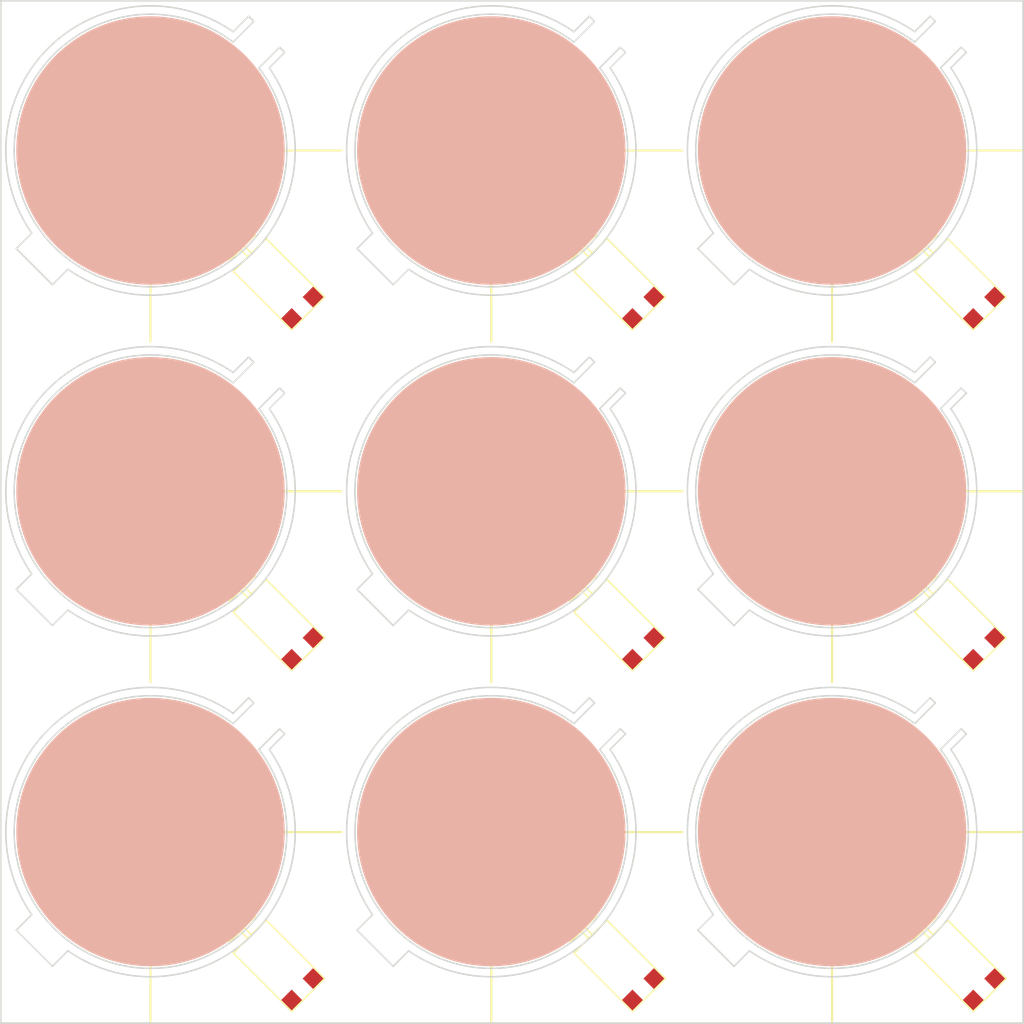
<source format=kicad_pcb>
(kicad_pcb (version 4) (host pcbnew 4.0.6)

  (general
    (links 0)
    (no_connects 0)
    (area 40.924999 30.924999 140.075001 130.075001)
    (thickness 1.6)
    (drawings 155)
    (tracks 0)
    (zones 0)
    (modules 9)
    (nets 1)
  )

  (page A4)
  (layers
    (0 F.Cu signal)
    (31 B.Cu signal)
    (32 B.Adhes user)
    (33 F.Adhes user)
    (34 B.Paste user)
    (35 F.Paste user)
    (36 B.SilkS user)
    (37 F.SilkS user)
    (38 B.Mask user)
    (39 F.Mask user)
    (40 Dwgs.User user)
    (41 Cmts.User user)
    (42 Eco1.User user)
    (43 Eco2.User user)
    (44 Edge.Cuts user)
    (45 Margin user)
    (46 B.CrtYd user)
    (47 F.CrtYd user)
    (48 B.Fab user)
    (49 F.Fab user)
  )

  (setup
    (last_trace_width 0.25)
    (trace_clearance 0.2)
    (zone_clearance 0.508)
    (zone_45_only no)
    (trace_min 0.2)
    (segment_width 0.2)
    (edge_width 0.15)
    (via_size 0.6)
    (via_drill 0.4)
    (via_min_size 0.4)
    (via_min_drill 0.3)
    (uvia_size 0.3)
    (uvia_drill 0.1)
    (uvias_allowed no)
    (uvia_min_size 0.2)
    (uvia_min_drill 0.1)
    (pcb_text_width 0.3)
    (pcb_text_size 1.5 1.5)
    (mod_edge_width 0.15)
    (mod_text_size 1 1)
    (mod_text_width 0.15)
    (pad_size 1.524 1.524)
    (pad_drill 0.762)
    (pad_to_mask_clearance 0.2)
    (aux_axis_origin 0 0)
    (visible_elements 7FFFFFFF)
    (pcbplotparams
      (layerselection 0x01030_80000001)
      (usegerberextensions false)
      (excludeedgelayer true)
      (linewidth 0.100000)
      (plotframeref false)
      (viasonmask false)
      (mode 1)
      (useauxorigin false)
      (hpglpennumber 1)
      (hpglpenspeed 20)
      (hpglpendiameter 15)
      (hpglpenoverlay 2)
      (psnegative false)
      (psa4output false)
      (plotreference true)
      (plotvalue true)
      (plotinvisibletext false)
      (padsonsilk false)
      (subtractmaskfromsilk false)
      (outputformat 1)
      (mirror false)
      (drillshape 0)
      (scaleselection 1)
      (outputdirectory ""))
  )

  (net 0 "")

  (net_class Default "This is the default net class."
    (clearance 0.2)
    (trace_width 0.25)
    (via_dia 0.6)
    (via_drill 0.4)
    (uvia_dia 0.3)
    (uvia_drill 0.1)
  )

  (module BamboulabFootprints:tinyMotor (layer F.Cu) (tedit 596FB57F) (tstamp 5956AB5D)
    (at 64.398602 120.916369 45)
    (fp_text reference REF** (at 0 11 45) (layer F.SilkS) hide
      (effects (font (size 1 1) (thickness 0.15)))
    )
    (fp_text value tinyMotor (at -0.25 -5 45) (layer F.Fab)
      (effects (font (size 1 1) (thickness 0.15)))
    )
    (fp_line (start 1.75 -4) (end 1.75 0) (layer F.SilkS) (width 0.15))
    (fp_line (start -1.75 -4) (end 1.75 -4) (layer F.SilkS) (width 0.15))
    (fp_line (start -1.75 0) (end -1.75 -4) (layer F.SilkS) (width 0.15))
    (fp_line (start -2.25 9) (end -2.25 1) (layer F.SilkS) (width 0.15))
    (fp_line (start -2.25 9) (end 2.25 9) (layer F.SilkS) (width 0.15))
    (fp_line (start 2.25 9) (end 2.25 1) (layer F.SilkS) (width 0.15))
    (fp_line (start -2.25 1) (end 2.25 1) (layer F.SilkS) (width 0.15))
    (fp_line (start -1.75 0) (end 1.75 0) (layer F.SilkS) (width 0.15))
    (fp_line (start 0.25 1) (end 0.25 0) (layer F.SilkS) (width 0.15))
    (fp_line (start -0.25 1) (end -0.25 0) (layer F.SilkS) (width 0.15))
    (fp_line (start 1 -4) (end 1 0) (layer F.SilkS) (width 0.15))
    (fp_line (start -1 -4) (end -1 0) (layer F.SilkS) (width 0.15))
    (pad 1 smd rect (at -1.5 8.25 45) (size 1.5 1.5) (layers F.Cu F.Paste F.Mask))
    (pad 2 smd rect (at 1.5 8.25 45) (size 1.5 1.5) (layers F.Cu F.Paste F.Mask))
  )

  (module BamboulabFootprints:tinyMotor (layer F.Cu) (tedit 596FB57F) (tstamp 5956AB4A)
    (at 97.398602 120.916369 45)
    (fp_text reference REF** (at 0 11 45) (layer F.SilkS) hide
      (effects (font (size 1 1) (thickness 0.15)))
    )
    (fp_text value tinyMotor (at -0.25 -5 45) (layer F.Fab)
      (effects (font (size 1 1) (thickness 0.15)))
    )
    (fp_line (start 1.75 -4) (end 1.75 0) (layer F.SilkS) (width 0.15))
    (fp_line (start -1.75 -4) (end 1.75 -4) (layer F.SilkS) (width 0.15))
    (fp_line (start -1.75 0) (end -1.75 -4) (layer F.SilkS) (width 0.15))
    (fp_line (start -2.25 9) (end -2.25 1) (layer F.SilkS) (width 0.15))
    (fp_line (start -2.25 9) (end 2.25 9) (layer F.SilkS) (width 0.15))
    (fp_line (start 2.25 9) (end 2.25 1) (layer F.SilkS) (width 0.15))
    (fp_line (start -2.25 1) (end 2.25 1) (layer F.SilkS) (width 0.15))
    (fp_line (start -1.75 0) (end 1.75 0) (layer F.SilkS) (width 0.15))
    (fp_line (start 0.25 1) (end 0.25 0) (layer F.SilkS) (width 0.15))
    (fp_line (start -0.25 1) (end -0.25 0) (layer F.SilkS) (width 0.15))
    (fp_line (start 1 -4) (end 1 0) (layer F.SilkS) (width 0.15))
    (fp_line (start -1 -4) (end -1 0) (layer F.SilkS) (width 0.15))
    (pad 1 smd rect (at -1.5 8.25 45) (size 1.5 1.5) (layers F.Cu F.Paste F.Mask))
    (pad 2 smd rect (at 1.5 8.25 45) (size 1.5 1.5) (layers F.Cu F.Paste F.Mask))
  )

  (module BamboulabFootprints:tinyMotor (layer F.Cu) (tedit 596FB57F) (tstamp 59557654)
    (at 130.398602 120.916369 45)
    (fp_text reference REF** (at 0 11 45) (layer F.SilkS) hide
      (effects (font (size 1 1) (thickness 0.15)))
    )
    (fp_text value tinyMotor (at -0.25 -5 45) (layer F.Fab)
      (effects (font (size 1 1) (thickness 0.15)))
    )
    (fp_line (start 1.75 -4) (end 1.75 0) (layer F.SilkS) (width 0.15))
    (fp_line (start -1.75 -4) (end 1.75 -4) (layer F.SilkS) (width 0.15))
    (fp_line (start -1.75 0) (end -1.75 -4) (layer F.SilkS) (width 0.15))
    (fp_line (start -2.25 9) (end -2.25 1) (layer F.SilkS) (width 0.15))
    (fp_line (start -2.25 9) (end 2.25 9) (layer F.SilkS) (width 0.15))
    (fp_line (start 2.25 9) (end 2.25 1) (layer F.SilkS) (width 0.15))
    (fp_line (start -2.25 1) (end 2.25 1) (layer F.SilkS) (width 0.15))
    (fp_line (start -1.75 0) (end 1.75 0) (layer F.SilkS) (width 0.15))
    (fp_line (start 0.25 1) (end 0.25 0) (layer F.SilkS) (width 0.15))
    (fp_line (start -0.25 1) (end -0.25 0) (layer F.SilkS) (width 0.15))
    (fp_line (start 1 -4) (end 1 0) (layer F.SilkS) (width 0.15))
    (fp_line (start -1 -4) (end -1 0) (layer F.SilkS) (width 0.15))
    (pad 1 smd rect (at -1.5 8.25 45) (size 1.5 1.5) (layers F.Cu F.Paste F.Mask))
    (pad 2 smd rect (at 1.5 8.25 45) (size 1.5 1.5) (layers F.Cu F.Paste F.Mask))
  )

  (module BamboulabFootprints:tinyMotor (layer F.Cu) (tedit 596FB57F) (tstamp 5956AB7E)
    (at 130.398602 87.916369 45)
    (fp_text reference REF** (at 0 11 45) (layer F.SilkS) hide
      (effects (font (size 1 1) (thickness 0.15)))
    )
    (fp_text value tinyMotor (at -0.25 -5 45) (layer F.Fab)
      (effects (font (size 1 1) (thickness 0.15)))
    )
    (fp_line (start 1.75 -4) (end 1.75 0) (layer F.SilkS) (width 0.15))
    (fp_line (start -1.75 -4) (end 1.75 -4) (layer F.SilkS) (width 0.15))
    (fp_line (start -1.75 0) (end -1.75 -4) (layer F.SilkS) (width 0.15))
    (fp_line (start -2.25 9) (end -2.25 1) (layer F.SilkS) (width 0.15))
    (fp_line (start -2.25 9) (end 2.25 9) (layer F.SilkS) (width 0.15))
    (fp_line (start 2.25 9) (end 2.25 1) (layer F.SilkS) (width 0.15))
    (fp_line (start -2.25 1) (end 2.25 1) (layer F.SilkS) (width 0.15))
    (fp_line (start -1.75 0) (end 1.75 0) (layer F.SilkS) (width 0.15))
    (fp_line (start 0.25 1) (end 0.25 0) (layer F.SilkS) (width 0.15))
    (fp_line (start -0.25 1) (end -0.25 0) (layer F.SilkS) (width 0.15))
    (fp_line (start 1 -4) (end 1 0) (layer F.SilkS) (width 0.15))
    (fp_line (start -1 -4) (end -1 0) (layer F.SilkS) (width 0.15))
    (pad 1 smd rect (at -1.5 8.25 45) (size 1.5 1.5) (layers F.Cu F.Paste F.Mask))
    (pad 2 smd rect (at 1.5 8.25 45) (size 1.5 1.5) (layers F.Cu F.Paste F.Mask))
  )

  (module BamboulabFootprints:tinyMotor (layer F.Cu) (tedit 596FB57F) (tstamp 5956AB8D)
    (at 97.398602 87.916369 45)
    (fp_text reference REF** (at 0 11 45) (layer F.SilkS) hide
      (effects (font (size 1 1) (thickness 0.15)))
    )
    (fp_text value tinyMotor (at -0.25 -5 45) (layer F.Fab)
      (effects (font (size 1 1) (thickness 0.15)))
    )
    (fp_line (start 1.75 -4) (end 1.75 0) (layer F.SilkS) (width 0.15))
    (fp_line (start -1.75 -4) (end 1.75 -4) (layer F.SilkS) (width 0.15))
    (fp_line (start -1.75 0) (end -1.75 -4) (layer F.SilkS) (width 0.15))
    (fp_line (start -2.25 9) (end -2.25 1) (layer F.SilkS) (width 0.15))
    (fp_line (start -2.25 9) (end 2.25 9) (layer F.SilkS) (width 0.15))
    (fp_line (start 2.25 9) (end 2.25 1) (layer F.SilkS) (width 0.15))
    (fp_line (start -2.25 1) (end 2.25 1) (layer F.SilkS) (width 0.15))
    (fp_line (start -1.75 0) (end 1.75 0) (layer F.SilkS) (width 0.15))
    (fp_line (start 0.25 1) (end 0.25 0) (layer F.SilkS) (width 0.15))
    (fp_line (start -0.25 1) (end -0.25 0) (layer F.SilkS) (width 0.15))
    (fp_line (start 1 -4) (end 1 0) (layer F.SilkS) (width 0.15))
    (fp_line (start -1 -4) (end -1 0) (layer F.SilkS) (width 0.15))
    (pad 1 smd rect (at -1.5 8.25 45) (size 1.5 1.5) (layers F.Cu F.Paste F.Mask))
    (pad 2 smd rect (at 1.5 8.25 45) (size 1.5 1.5) (layers F.Cu F.Paste F.Mask))
  )

  (module BamboulabFootprints:tinyMotor (layer F.Cu) (tedit 596FB57F) (tstamp 5956AB9C)
    (at 64.398602 87.916369 45)
    (fp_text reference REF** (at 0 11 45) (layer F.SilkS) hide
      (effects (font (size 1 1) (thickness 0.15)))
    )
    (fp_text value tinyMotor (at -0.25 -5 45) (layer F.Fab)
      (effects (font (size 1 1) (thickness 0.15)))
    )
    (fp_line (start 1.75 -4) (end 1.75 0) (layer F.SilkS) (width 0.15))
    (fp_line (start -1.75 -4) (end 1.75 -4) (layer F.SilkS) (width 0.15))
    (fp_line (start -1.75 0) (end -1.75 -4) (layer F.SilkS) (width 0.15))
    (fp_line (start -2.25 9) (end -2.25 1) (layer F.SilkS) (width 0.15))
    (fp_line (start -2.25 9) (end 2.25 9) (layer F.SilkS) (width 0.15))
    (fp_line (start 2.25 9) (end 2.25 1) (layer F.SilkS) (width 0.15))
    (fp_line (start -2.25 1) (end 2.25 1) (layer F.SilkS) (width 0.15))
    (fp_line (start -1.75 0) (end 1.75 0) (layer F.SilkS) (width 0.15))
    (fp_line (start 0.25 1) (end 0.25 0) (layer F.SilkS) (width 0.15))
    (fp_line (start -0.25 1) (end -0.25 0) (layer F.SilkS) (width 0.15))
    (fp_line (start 1 -4) (end 1 0) (layer F.SilkS) (width 0.15))
    (fp_line (start -1 -4) (end -1 0) (layer F.SilkS) (width 0.15))
    (pad 1 smd rect (at -1.5 8.25 45) (size 1.5 1.5) (layers F.Cu F.Paste F.Mask))
    (pad 2 smd rect (at 1.5 8.25 45) (size 1.5 1.5) (layers F.Cu F.Paste F.Mask))
  )

  (module BamboulabFootprints:tinyMotor (layer F.Cu) (tedit 596FB57F) (tstamp 5956ABB9)
    (at 64.398602 54.916369 45)
    (fp_text reference REF** (at 0 11 45) (layer F.SilkS) hide
      (effects (font (size 1 1) (thickness 0.15)))
    )
    (fp_text value tinyMotor (at -0.25 -5 45) (layer F.Fab)
      (effects (font (size 1 1) (thickness 0.15)))
    )
    (fp_line (start 1.75 -4) (end 1.75 0) (layer F.SilkS) (width 0.15))
    (fp_line (start -1.75 -4) (end 1.75 -4) (layer F.SilkS) (width 0.15))
    (fp_line (start -1.75 0) (end -1.75 -4) (layer F.SilkS) (width 0.15))
    (fp_line (start -2.25 9) (end -2.25 1) (layer F.SilkS) (width 0.15))
    (fp_line (start -2.25 9) (end 2.25 9) (layer F.SilkS) (width 0.15))
    (fp_line (start 2.25 9) (end 2.25 1) (layer F.SilkS) (width 0.15))
    (fp_line (start -2.25 1) (end 2.25 1) (layer F.SilkS) (width 0.15))
    (fp_line (start -1.75 0) (end 1.75 0) (layer F.SilkS) (width 0.15))
    (fp_line (start 0.25 1) (end 0.25 0) (layer F.SilkS) (width 0.15))
    (fp_line (start -0.25 1) (end -0.25 0) (layer F.SilkS) (width 0.15))
    (fp_line (start 1 -4) (end 1 0) (layer F.SilkS) (width 0.15))
    (fp_line (start -1 -4) (end -1 0) (layer F.SilkS) (width 0.15))
    (pad 1 smd rect (at -1.5 8.25 45) (size 1.5 1.5) (layers F.Cu F.Paste F.Mask))
    (pad 2 smd rect (at 1.5 8.25 45) (size 1.5 1.5) (layers F.Cu F.Paste F.Mask))
  )

  (module BamboulabFootprints:tinyMotor (layer F.Cu) (tedit 596FB57F) (tstamp 5956ABD7)
    (at 97.398602 54.916369 45)
    (fp_text reference REF** (at 0 11 45) (layer F.SilkS) hide
      (effects (font (size 1 1) (thickness 0.15)))
    )
    (fp_text value tinyMotor (at -0.25 -5 45) (layer F.Fab)
      (effects (font (size 1 1) (thickness 0.15)))
    )
    (fp_line (start 1.75 -4) (end 1.75 0) (layer F.SilkS) (width 0.15))
    (fp_line (start -1.75 -4) (end 1.75 -4) (layer F.SilkS) (width 0.15))
    (fp_line (start -1.75 0) (end -1.75 -4) (layer F.SilkS) (width 0.15))
    (fp_line (start -2.25 9) (end -2.25 1) (layer F.SilkS) (width 0.15))
    (fp_line (start -2.25 9) (end 2.25 9) (layer F.SilkS) (width 0.15))
    (fp_line (start 2.25 9) (end 2.25 1) (layer F.SilkS) (width 0.15))
    (fp_line (start -2.25 1) (end 2.25 1) (layer F.SilkS) (width 0.15))
    (fp_line (start -1.75 0) (end 1.75 0) (layer F.SilkS) (width 0.15))
    (fp_line (start 0.25 1) (end 0.25 0) (layer F.SilkS) (width 0.15))
    (fp_line (start -0.25 1) (end -0.25 0) (layer F.SilkS) (width 0.15))
    (fp_line (start 1 -4) (end 1 0) (layer F.SilkS) (width 0.15))
    (fp_line (start -1 -4) (end -1 0) (layer F.SilkS) (width 0.15))
    (pad 1 smd rect (at -1.5 8.25 45) (size 1.5 1.5) (layers F.Cu F.Paste F.Mask))
    (pad 2 smd rect (at 1.5 8.25 45) (size 1.5 1.5) (layers F.Cu F.Paste F.Mask))
  )

  (module BamboulabFootprints:tinyMotor (layer F.Cu) (tedit 596FB57F) (tstamp 5956AD7D)
    (at 130.398602 54.916369 45)
    (fp_text reference REF** (at 0 11 45) (layer F.SilkS) hide
      (effects (font (size 1 1) (thickness 0.15)))
    )
    (fp_text value tinyMotor (at -0.25 -5 45) (layer F.Fab)
      (effects (font (size 1 1) (thickness 0.15)))
    )
    (fp_line (start 1.75 -4) (end 1.75 0) (layer F.SilkS) (width 0.15))
    (fp_line (start -1.75 -4) (end 1.75 -4) (layer F.SilkS) (width 0.15))
    (fp_line (start -1.75 0) (end -1.75 -4) (layer F.SilkS) (width 0.15))
    (fp_line (start -2.25 9) (end -2.25 1) (layer F.SilkS) (width 0.15))
    (fp_line (start -2.25 9) (end 2.25 9) (layer F.SilkS) (width 0.15))
    (fp_line (start 2.25 9) (end 2.25 1) (layer F.SilkS) (width 0.15))
    (fp_line (start -2.25 1) (end 2.25 1) (layer F.SilkS) (width 0.15))
    (fp_line (start -1.75 0) (end 1.75 0) (layer F.SilkS) (width 0.15))
    (fp_line (start 0.25 1) (end 0.25 0) (layer F.SilkS) (width 0.15))
    (fp_line (start -0.25 1) (end -0.25 0) (layer F.SilkS) (width 0.15))
    (fp_line (start 1 -4) (end 1 0) (layer F.SilkS) (width 0.15))
    (fp_line (start -1 -4) (end -1 0) (layer F.SilkS) (width 0.15))
    (pad 1 smd rect (at -1.5 8.25 45) (size 1.5 1.5) (layers F.Cu F.Paste F.Mask))
    (pad 2 smd rect (at 1.5 8.25 45) (size 1.5 1.5) (layers F.Cu F.Paste F.Mask))
  )

  (gr_circle (center 55.5 111.5) (end 62 111.5) (layer B.SilkS) (width 13) (tstamp 595A9DB4))
  (gr_circle (center 55.5 78.5) (end 62 78.5) (layer B.SilkS) (width 13) (tstamp 595A9DB3))
  (gr_circle (center 55.5 45.5) (end 62 45.5) (layer B.SilkS) (width 13) (tstamp 595A9DB2))
  (gr_circle (center 88.5 45.5) (end 95 45.5) (layer B.SilkS) (width 13) (tstamp 595A9DB1))
  (gr_circle (center 88.5 78.5) (end 95 78.5) (layer B.SilkS) (width 13) (tstamp 595A9DB0))
  (gr_circle (center 88.5 111.5) (end 95 111.5) (layer B.SilkS) (width 13) (tstamp 595A9DAF))
  (gr_circle (center 121.5 111.5) (end 128 111.5) (layer B.SilkS) (width 13) (tstamp 595A9DAE))
  (gr_circle (center 121.5 78.5) (end 128 78.5) (layer B.SilkS) (width 13) (tstamp 595A9DAD))
  (gr_circle (center 121.5 45.5) (end 128 45.5) (layer B.SilkS) (width 13) (tstamp 595A9DAC))
  (gr_line (start 68 101.5) (end 68.5 102) (layer Edge.Cuts) (width 0.15) (tstamp 595A9DA8))
  (gr_line (start 65 98.5) (end 65.5 99) (layer Edge.Cuts) (width 0.15) (tstamp 595A9DA7))
  (gr_line (start 68.5 102) (end 67 103.5) (layer Edge.Cuts) (width 0.15) (tstamp 595A9DA6))
  (gr_line (start 66 103.5) (end 68 101.5) (layer Edge.Cuts) (width 0.15) (tstamp 595A9DA5))
  (gr_arc (start 55.5 111.5) (end 67 103.5) (angle 159.6489773) (layer Edge.Cuts) (width 0.15) (tstamp 595A9DA4))
  (gr_line (start 65.5 99) (end 63.5 101) (layer Edge.Cuts) (width 0.15) (tstamp 595A9DA3))
  (gr_line (start 63.5 100) (end 65 98.5) (layer Edge.Cuts) (width 0.15) (tstamp 595A9DA2))
  (gr_arc (start 55.5 111.5) (end 66 103.5) (angle 344.6078966) (layer Edge.Cuts) (width 0.15) (tstamp 595A9DA1))
  (gr_line (start 46 124.5) (end 42.5 121) (layer Edge.Cuts) (width 0.15) (tstamp 595A9DA0))
  (gr_line (start 42.5 121) (end 44 119.5) (layer Edge.Cuts) (width 0.15) (tstamp 595A9D9F))
  (gr_arc (start 55.5 111.5) (end 44 119.5) (angle 159.6489783) (layer Edge.Cuts) (width 0.15) (tstamp 595A9D9E))
  (gr_line (start 47.5 123) (end 46 124.5) (layer Edge.Cuts) (width 0.15) (tstamp 595A9D9D))
  (gr_line (start 55.5 111.5) (end 74 111.5) (layer F.SilkS) (width 0.2) (tstamp 595A9D9C))
  (gr_line (start 55.5 130) (end 55.5 111.5) (layer F.SilkS) (width 0.2) (tstamp 595A9D9B))
  (gr_line (start 68 68.5) (end 68.5 69) (layer Edge.Cuts) (width 0.15) (tstamp 595A9D9A))
  (gr_line (start 65 65.5) (end 65.5 66) (layer Edge.Cuts) (width 0.15) (tstamp 595A9D99))
  (gr_line (start 68.5 69) (end 67 70.5) (layer Edge.Cuts) (width 0.15) (tstamp 595A9D98))
  (gr_line (start 66 70.5) (end 68 68.5) (layer Edge.Cuts) (width 0.15) (tstamp 595A9D97))
  (gr_arc (start 55.5 78.5) (end 67 70.5) (angle 159.6489773) (layer Edge.Cuts) (width 0.15) (tstamp 595A9D96))
  (gr_line (start 65.5 66) (end 63.5 68) (layer Edge.Cuts) (width 0.15) (tstamp 595A9D95))
  (gr_line (start 63.5 67) (end 65 65.5) (layer Edge.Cuts) (width 0.15) (tstamp 595A9D94))
  (gr_arc (start 55.5 78.5) (end 66 70.5) (angle 344.6078966) (layer Edge.Cuts) (width 0.15) (tstamp 595A9D93))
  (gr_line (start 46 91.5) (end 42.5 88) (layer Edge.Cuts) (width 0.15) (tstamp 595A9D92))
  (gr_line (start 42.5 88) (end 44 86.5) (layer Edge.Cuts) (width 0.15) (tstamp 595A9D91))
  (gr_arc (start 55.5 78.5) (end 44 86.5) (angle 159.6489783) (layer Edge.Cuts) (width 0.15) (tstamp 595A9D90))
  (gr_line (start 47.5 90) (end 46 91.5) (layer Edge.Cuts) (width 0.15) (tstamp 595A9D8F))
  (gr_line (start 55.5 78.5) (end 74 78.5) (layer F.SilkS) (width 0.2) (tstamp 595A9D8E))
  (gr_line (start 55.5 97) (end 55.5 78.5) (layer F.SilkS) (width 0.2) (tstamp 595A9D8D))
  (gr_line (start 68 35.5) (end 68.5 36) (layer Edge.Cuts) (width 0.15) (tstamp 595A9D8C))
  (gr_line (start 65 32.5) (end 65.5 33) (layer Edge.Cuts) (width 0.15) (tstamp 595A9D8B))
  (gr_line (start 68.5 36) (end 67 37.5) (layer Edge.Cuts) (width 0.15) (tstamp 595A9D8A))
  (gr_line (start 66 37.5) (end 68 35.5) (layer Edge.Cuts) (width 0.15) (tstamp 595A9D89))
  (gr_arc (start 55.5 45.5) (end 67 37.5) (angle 159.6489773) (layer Edge.Cuts) (width 0.15) (tstamp 595A9D88))
  (gr_line (start 65.5 33) (end 63.5 35) (layer Edge.Cuts) (width 0.15) (tstamp 595A9D87))
  (gr_line (start 63.5 34) (end 65 32.5) (layer Edge.Cuts) (width 0.15) (tstamp 595A9D86))
  (gr_arc (start 55.5 45.5) (end 66 37.5) (angle 344.6078966) (layer Edge.Cuts) (width 0.15) (tstamp 595A9D85))
  (gr_line (start 46 58.5) (end 42.5 55) (layer Edge.Cuts) (width 0.15) (tstamp 595A9D84))
  (gr_line (start 42.5 55) (end 44 53.5) (layer Edge.Cuts) (width 0.15) (tstamp 595A9D83))
  (gr_arc (start 55.5 45.5) (end 44 53.5) (angle 159.6489783) (layer Edge.Cuts) (width 0.15) (tstamp 595A9D82))
  (gr_line (start 47.5 57) (end 46 58.5) (layer Edge.Cuts) (width 0.15) (tstamp 595A9D81))
  (gr_line (start 55.5 45.5) (end 74 45.5) (layer F.SilkS) (width 0.2) (tstamp 595A9D80))
  (gr_line (start 55.5 64) (end 55.5 45.5) (layer F.SilkS) (width 0.2) (tstamp 595A9D7F))
  (gr_line (start 101 35.5) (end 101.5 36) (layer Edge.Cuts) (width 0.15) (tstamp 595A9D7E))
  (gr_line (start 98 32.5) (end 98.5 33) (layer Edge.Cuts) (width 0.15) (tstamp 595A9D7D))
  (gr_line (start 101.5 36) (end 100 37.5) (layer Edge.Cuts) (width 0.15) (tstamp 595A9D7C))
  (gr_line (start 99 37.5) (end 101 35.5) (layer Edge.Cuts) (width 0.15) (tstamp 595A9D7B))
  (gr_arc (start 88.5 45.5) (end 100 37.5) (angle 159.6489773) (layer Edge.Cuts) (width 0.15) (tstamp 595A9D7A))
  (gr_line (start 98.5 33) (end 96.5 35) (layer Edge.Cuts) (width 0.15) (tstamp 595A9D79))
  (gr_line (start 96.5 34) (end 98 32.5) (layer Edge.Cuts) (width 0.15) (tstamp 595A9D78))
  (gr_arc (start 88.5 45.5) (end 99 37.5) (angle 344.6078966) (layer Edge.Cuts) (width 0.15) (tstamp 595A9D77))
  (gr_line (start 79 58.5) (end 75.5 55) (layer Edge.Cuts) (width 0.15) (tstamp 595A9D76))
  (gr_line (start 75.5 55) (end 77 53.5) (layer Edge.Cuts) (width 0.15) (tstamp 595A9D75))
  (gr_arc (start 88.5 45.5) (end 77 53.5) (angle 159.6489783) (layer Edge.Cuts) (width 0.15) (tstamp 595A9D74))
  (gr_line (start 80.5 57) (end 79 58.5) (layer Edge.Cuts) (width 0.15) (tstamp 595A9D73))
  (gr_line (start 88.5 45.5) (end 107 45.5) (layer F.SilkS) (width 0.2) (tstamp 595A9D72))
  (gr_line (start 88.5 64) (end 88.5 45.5) (layer F.SilkS) (width 0.2) (tstamp 595A9D71))
  (gr_line (start 101 68.5) (end 101.5 69) (layer Edge.Cuts) (width 0.15) (tstamp 595A9D70))
  (gr_line (start 98 65.5) (end 98.5 66) (layer Edge.Cuts) (width 0.15) (tstamp 595A9D6F))
  (gr_line (start 101.5 69) (end 100 70.5) (layer Edge.Cuts) (width 0.15) (tstamp 595A9D6E))
  (gr_line (start 99 70.5) (end 101 68.5) (layer Edge.Cuts) (width 0.15) (tstamp 595A9D6D))
  (gr_arc (start 88.5 78.5) (end 100 70.5) (angle 159.6489773) (layer Edge.Cuts) (width 0.15) (tstamp 595A9D6C))
  (gr_line (start 98.5 66) (end 96.5 68) (layer Edge.Cuts) (width 0.15) (tstamp 595A9D6B))
  (gr_line (start 96.5 67) (end 98 65.5) (layer Edge.Cuts) (width 0.15) (tstamp 595A9D6A))
  (gr_arc (start 88.5 78.5) (end 99 70.5) (angle 344.6078966) (layer Edge.Cuts) (width 0.15) (tstamp 595A9D69))
  (gr_line (start 79 91.5) (end 75.5 88) (layer Edge.Cuts) (width 0.15) (tstamp 595A9D68))
  (gr_line (start 75.5 88) (end 77 86.5) (layer Edge.Cuts) (width 0.15) (tstamp 595A9D67))
  (gr_arc (start 88.5 78.5) (end 77 86.5) (angle 159.6489783) (layer Edge.Cuts) (width 0.15) (tstamp 595A9D66))
  (gr_line (start 80.5 90) (end 79 91.5) (layer Edge.Cuts) (width 0.15) (tstamp 595A9D65))
  (gr_line (start 88.5 78.5) (end 107 78.5) (layer F.SilkS) (width 0.2) (tstamp 595A9D64))
  (gr_line (start 88.5 97) (end 88.5 78.5) (layer F.SilkS) (width 0.2) (tstamp 595A9D63))
  (gr_line (start 101 101.5) (end 101.5 102) (layer Edge.Cuts) (width 0.15) (tstamp 595A9D62))
  (gr_line (start 98 98.5) (end 98.5 99) (layer Edge.Cuts) (width 0.15) (tstamp 595A9D61))
  (gr_line (start 101.5 102) (end 100 103.5) (layer Edge.Cuts) (width 0.15) (tstamp 595A9D60))
  (gr_line (start 99 103.5) (end 101 101.5) (layer Edge.Cuts) (width 0.15) (tstamp 595A9D5F))
  (gr_arc (start 88.5 111.5) (end 100 103.5) (angle 159.6489773) (layer Edge.Cuts) (width 0.15) (tstamp 595A9D5E))
  (gr_line (start 98.5 99) (end 96.5 101) (layer Edge.Cuts) (width 0.15) (tstamp 595A9D5D))
  (gr_line (start 96.5 100) (end 98 98.5) (layer Edge.Cuts) (width 0.15) (tstamp 595A9D5C))
  (gr_arc (start 88.5 111.5) (end 99 103.5) (angle 344.6078966) (layer Edge.Cuts) (width 0.15) (tstamp 595A9D5B))
  (gr_line (start 79 124.5) (end 75.5 121) (layer Edge.Cuts) (width 0.15) (tstamp 595A9D5A))
  (gr_line (start 75.5 121) (end 77 119.5) (layer Edge.Cuts) (width 0.15) (tstamp 595A9D59))
  (gr_arc (start 88.5 111.5) (end 77 119.5) (angle 159.6489783) (layer Edge.Cuts) (width 0.15) (tstamp 595A9D58))
  (gr_line (start 80.5 123) (end 79 124.5) (layer Edge.Cuts) (width 0.15) (tstamp 595A9D57))
  (gr_line (start 88.5 111.5) (end 107 111.5) (layer F.SilkS) (width 0.2) (tstamp 595A9D56))
  (gr_line (start 88.5 130) (end 88.5 111.5) (layer F.SilkS) (width 0.2) (tstamp 595A9D55))
  (gr_line (start 134 101.5) (end 134.5 102) (layer Edge.Cuts) (width 0.15) (tstamp 595A9D54))
  (gr_line (start 131 98.5) (end 131.5 99) (layer Edge.Cuts) (width 0.15) (tstamp 595A9D53))
  (gr_line (start 134.5 102) (end 133 103.5) (layer Edge.Cuts) (width 0.15) (tstamp 595A9D52))
  (gr_line (start 132 103.5) (end 134 101.5) (layer Edge.Cuts) (width 0.15) (tstamp 595A9D51))
  (gr_arc (start 121.5 111.5) (end 133 103.5) (angle 159.6489773) (layer Edge.Cuts) (width 0.15) (tstamp 595A9D50))
  (gr_line (start 131.5 99) (end 129.5 101) (layer Edge.Cuts) (width 0.15) (tstamp 595A9D4F))
  (gr_line (start 129.5 100) (end 131 98.5) (layer Edge.Cuts) (width 0.15) (tstamp 595A9D4E))
  (gr_arc (start 121.5 111.5) (end 132 103.5) (angle 344.6078966) (layer Edge.Cuts) (width 0.15) (tstamp 595A9D4D))
  (gr_line (start 112 124.5) (end 108.5 121) (layer Edge.Cuts) (width 0.15) (tstamp 595A9D4C))
  (gr_line (start 108.5 121) (end 110 119.5) (layer Edge.Cuts) (width 0.15) (tstamp 595A9D4B))
  (gr_arc (start 121.5 111.5) (end 110 119.5) (angle 159.6489783) (layer Edge.Cuts) (width 0.15) (tstamp 595A9D4A))
  (gr_line (start 113.5 123) (end 112 124.5) (layer Edge.Cuts) (width 0.15) (tstamp 595A9D49))
  (gr_line (start 121.5 111.5) (end 140 111.5) (layer F.SilkS) (width 0.2) (tstamp 595A9D48))
  (gr_line (start 121.5 130) (end 121.5 111.5) (layer F.SilkS) (width 0.2) (tstamp 595A9D47))
  (gr_line (start 134 68.5) (end 134.5 69) (layer Edge.Cuts) (width 0.15) (tstamp 595A9D46))
  (gr_line (start 131 65.5) (end 131.5 66) (layer Edge.Cuts) (width 0.15) (tstamp 595A9D45))
  (gr_line (start 134.5 69) (end 133 70.5) (layer Edge.Cuts) (width 0.15) (tstamp 595A9D44))
  (gr_line (start 132 70.5) (end 134 68.5) (layer Edge.Cuts) (width 0.15) (tstamp 595A9D43))
  (gr_arc (start 121.5 78.5) (end 133 70.5) (angle 159.6489773) (layer Edge.Cuts) (width 0.15) (tstamp 595A9D42))
  (gr_line (start 131.5 66) (end 129.5 68) (layer Edge.Cuts) (width 0.15) (tstamp 595A9D41))
  (gr_line (start 129.5 67) (end 131 65.5) (layer Edge.Cuts) (width 0.15) (tstamp 595A9D40))
  (gr_arc (start 121.5 78.5) (end 132 70.5) (angle 344.6078966) (layer Edge.Cuts) (width 0.15) (tstamp 595A9D3F))
  (gr_line (start 112 91.5) (end 108.5 88) (layer Edge.Cuts) (width 0.15) (tstamp 595A9D3E))
  (gr_line (start 108.5 88) (end 110 86.5) (layer Edge.Cuts) (width 0.15) (tstamp 595A9D3D))
  (gr_arc (start 121.5 78.5) (end 110 86.5) (angle 159.6489783) (layer Edge.Cuts) (width 0.15) (tstamp 595A9D3C))
  (gr_line (start 113.5 90) (end 112 91.5) (layer Edge.Cuts) (width 0.15) (tstamp 595A9D3B))
  (gr_line (start 121.5 78.5) (end 140 78.5) (layer F.SilkS) (width 0.2) (tstamp 595A9D3A))
  (gr_line (start 121.5 97) (end 121.5 78.5) (layer F.SilkS) (width 0.2) (tstamp 595A9D39))
  (gr_arc (start 121.5 45.5) (end 132 37.5) (angle 344.6078966) (layer Edge.Cuts) (width 0.15) (tstamp 5956CFB9))
  (gr_line (start 134.5 36) (end 133 37.5) (layer Edge.Cuts) (width 0.15) (tstamp 5956CFC2))
  (gr_line (start 131 32.5) (end 131.5 33) (layer Edge.Cuts) (width 0.15) (tstamp 5956CFC1))
  (gr_line (start 134 35.5) (end 134.5 36) (layer Edge.Cuts) (width 0.15) (tstamp 5956CFC0))
  (gr_line (start 132 37.5) (end 134 35.5) (layer Edge.Cuts) (width 0.15) (tstamp 5956CFBF))
  (gr_line (start 131.5 33) (end 129.5 35) (layer Edge.Cuts) (width 0.15) (tstamp 5956CFBE))
  (gr_line (start 129.5 34) (end 131 32.5) (layer Edge.Cuts) (width 0.15) (tstamp 5956CFBD))
  (gr_arc (start 121.5 45.5) (end 110 53.5) (angle 159.6489783) (layer Edge.Cuts) (width 0.15) (tstamp 5956CFBA))
  (gr_arc (start 121.5 45.5) (end 133 37.5) (angle 159.6489773) (layer Edge.Cuts) (width 0.15) (tstamp 5956CFBC))
  (gr_line (start 112 58.5) (end 108.5 55) (layer Edge.Cuts) (width 0.15) (tstamp 5956CFB8))
  (gr_line (start 113.5 57) (end 112 58.5) (layer Edge.Cuts) (width 0.15) (tstamp 5956CFBB))
  (gr_line (start 108.5 55) (end 110 53.5) (layer Edge.Cuts) (width 0.15) (tstamp 5956CFB7))
  (gr_line (start 121.5 64) (end 121.5 45.5) (layer F.SilkS) (width 0.2) (tstamp 5956CFB6))
  (gr_line (start 121.5 45.5) (end 140 45.5) (layer F.SilkS) (width 0.2) (tstamp 5956CFB5))
  (gr_line (start 55.5 45.5) (end 74 45.5) (layer F.SilkS) (width 0.2) (tstamp 5956ABB7))
  (gr_line (start 121.5 78.5) (end 140 78.5) (layer F.SilkS) (width 0.2) (tstamp 5956AB72))
  (gr_line (start 41 31) (end 140 31) (layer Edge.Cuts) (width 0.15) (tstamp 5956ABEE))
  (gr_line (start 55.5 64) (end 55.5 45.5) (layer F.SilkS) (width 0.2) (tstamp 5956ABB6))
  (gr_line (start 88.5 64) (end 88.5 45.5) (layer F.SilkS) (width 0.2) (tstamp 5956ABB2))
  (gr_line (start 88.5 45.5) (end 107 45.5) (layer F.SilkS) (width 0.2) (tstamp 5956ABB1))
  (gr_line (start 55.5 78.5) (end 74 78.5) (layer F.SilkS) (width 0.2) (tstamp 5956AB7D))
  (gr_line (start 55.5 97) (end 55.5 78.5) (layer F.SilkS) (width 0.2) (tstamp 5956AB7A))
  (gr_line (start 88.5 97) (end 88.5 78.5) (layer F.SilkS) (width 0.2) (tstamp 5956AB78))
  (gr_line (start 88.5 78.5) (end 107 78.5) (layer F.SilkS) (width 0.2) (tstamp 5956AB77))
  (gr_line (start 121.5 97) (end 121.5 78.5) (layer F.SilkS) (width 0.2) (tstamp 5956AB73))
  (gr_line (start 55.5 130) (end 55.5 111.5) (layer F.SilkS) (width 0.2) (tstamp 5956AB5B))
  (gr_line (start 55.5 111.5) (end 74 111.5) (layer F.SilkS) (width 0.2) (tstamp 5956AB59))
  (gr_line (start 88.5 130) (end 88.5 111.5) (layer F.SilkS) (width 0.2) (tstamp 5956AB48))
  (gr_line (start 88.5 111.5) (end 107 111.5) (layer F.SilkS) (width 0.2) (tstamp 5956AB46))
  (gr_line (start 41 130) (end 41 31) (layer Edge.Cuts) (width 0.15) (tstamp 594FF0C9))
  (gr_line (start 121.5 130) (end 121.5 111.5) (layer F.SilkS) (width 0.2) (tstamp 5956A0EC))
  (gr_line (start 121.5 111.5) (end 140 111.5) (layer F.SilkS) (width 0.2) (tstamp 59569F26))
  (gr_line (start 41 130) (end 140 130) (layer Edge.Cuts) (width 0.15) (tstamp 594FF0CF))
  (gr_line (start 140 130) (end 140 31) (layer Edge.Cuts) (width 0.15) (tstamp 594FF0C8))

)

</source>
